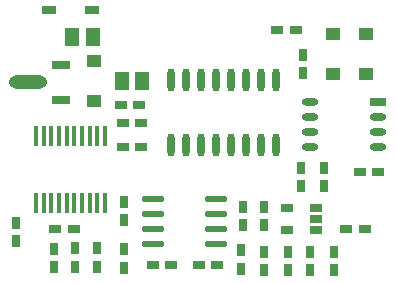
<source format=gbp>
G04*
G04 #@! TF.GenerationSoftware,Altium Limited,Altium Designer,23.10.1 (27)*
G04*
G04 Layer_Color=128*
%FSLAX25Y25*%
%MOIN*%
G70*
G04*
G04 #@! TF.SameCoordinates,442CD837-0526-4CC3-B5C4-5EBA4434BA87*
G04*
G04*
G04 #@! TF.FilePolarity,Positive*
G04*
G01*
G75*
%ADD16R,0.04000X0.03000*%
%ADD18R,0.03000X0.04000*%
%ADD37O,0.01433X0.06858*%
%ADD38O,0.12701X0.04488*%
%ADD39R,0.06201X0.02646*%
%ADD40O,0.07678X0.02238*%
%ADD41O,0.02370X0.07760*%
%ADD42R,0.04724X0.04331*%
%ADD43O,0.05500X0.02500*%
%ADD44R,0.05500X0.02500*%
%ADD45R,0.04331X0.02559*%
%ADD46R,0.04724X0.02756*%
%ADD47R,0.04921X0.05906*%
D16*
X71500Y-91000D02*
D03*
X65402D02*
D03*
X49902D02*
D03*
X56000D02*
D03*
X39902Y-43500D02*
D03*
X46000D02*
D03*
X39902Y-51500D02*
D03*
X46098D02*
D03*
X120598Y-79000D02*
D03*
X114402D02*
D03*
X97598Y-12500D02*
D03*
X91402D02*
D03*
X23598Y-79000D02*
D03*
X17500D02*
D03*
X39402Y-37500D02*
D03*
X45500D02*
D03*
X118902Y-60000D02*
D03*
X125098D02*
D03*
D18*
X80000Y-71402D02*
D03*
Y-77500D02*
D03*
X4500Y-76902D02*
D03*
Y-83000D02*
D03*
X40500Y-69902D02*
D03*
Y-76000D02*
D03*
X79500Y-92098D02*
D03*
Y-86000D02*
D03*
X99500Y-58402D02*
D03*
Y-64500D02*
D03*
X87000Y-71402D02*
D03*
Y-77500D02*
D03*
X100000Y-27000D02*
D03*
Y-20902D02*
D03*
X40500Y-91697D02*
D03*
Y-85500D02*
D03*
X31500Y-91500D02*
D03*
Y-85303D02*
D03*
X107000Y-58402D02*
D03*
Y-64598D02*
D03*
X87000Y-86402D02*
D03*
Y-92598D02*
D03*
X110500D02*
D03*
Y-86402D02*
D03*
X102500D02*
D03*
Y-92500D02*
D03*
X17000Y-91598D02*
D03*
Y-85402D02*
D03*
X95000Y-86402D02*
D03*
Y-92598D02*
D03*
X24000Y-85303D02*
D03*
Y-91500D02*
D03*
D37*
X34016Y-70303D02*
D03*
X31457D02*
D03*
X28898D02*
D03*
X26339D02*
D03*
X23779D02*
D03*
X21220D02*
D03*
X18661D02*
D03*
X16102D02*
D03*
X13543D02*
D03*
X10984D02*
D03*
X34016Y-47697D02*
D03*
X31457D02*
D03*
X28898D02*
D03*
X26339D02*
D03*
X23779D02*
D03*
X21220D02*
D03*
X18661D02*
D03*
X16102D02*
D03*
X13543D02*
D03*
X10984D02*
D03*
D38*
X8500Y-30000D02*
D03*
D39*
X19179Y-35872D02*
D03*
Y-24061D02*
D03*
D40*
X71150Y-69000D02*
D03*
Y-74000D02*
D03*
Y-79000D02*
D03*
Y-84000D02*
D03*
X49850Y-69000D02*
D03*
Y-74000D02*
D03*
Y-79000D02*
D03*
Y-84000D02*
D03*
D41*
X56000Y-29230D02*
D03*
X61000D02*
D03*
X66000D02*
D03*
X71000D02*
D03*
X76000D02*
D03*
X81000D02*
D03*
X86000D02*
D03*
X91000D02*
D03*
X56000Y-50770D02*
D03*
X61000D02*
D03*
X66000D02*
D03*
X71000D02*
D03*
X76000D02*
D03*
X81000D02*
D03*
X86000D02*
D03*
X91000D02*
D03*
D42*
X121000Y-14000D02*
D03*
Y-27327D02*
D03*
X30500Y-36327D02*
D03*
Y-23000D02*
D03*
X110000Y-14000D02*
D03*
Y-27327D02*
D03*
D43*
X125138Y-41500D02*
D03*
X102500D02*
D03*
X125138Y-51500D02*
D03*
Y-46500D02*
D03*
X102500Y-51500D02*
D03*
Y-36500D02*
D03*
Y-46500D02*
D03*
D44*
X125138Y-36500D02*
D03*
D45*
X104224Y-71760D02*
D03*
Y-75500D02*
D03*
Y-79240D02*
D03*
X94776D02*
D03*
Y-71760D02*
D03*
D46*
X15216Y-6000D02*
D03*
X29783D02*
D03*
D47*
X23055Y-15000D02*
D03*
X29945D02*
D03*
X46445Y-29500D02*
D03*
X39555D02*
D03*
M02*

</source>
